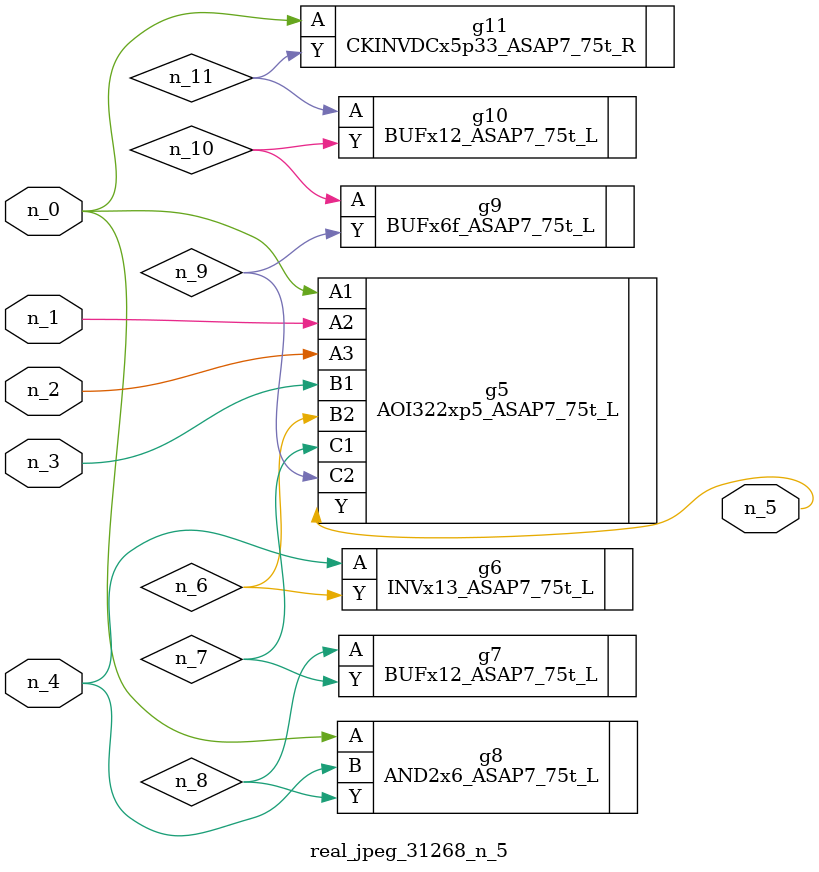
<source format=v>
module real_jpeg_31268_n_5 (n_4, n_0, n_1, n_2, n_3, n_5);

input n_4;
input n_0;
input n_1;
input n_2;
input n_3;

output n_5;

wire n_8;
wire n_11;
wire n_6;
wire n_7;
wire n_10;
wire n_9;

AOI322xp5_ASAP7_75t_L g5 ( 
.A1(n_0),
.A2(n_1),
.A3(n_2),
.B1(n_3),
.B2(n_6),
.C1(n_7),
.C2(n_9),
.Y(n_5)
);

AND2x6_ASAP7_75t_L g8 ( 
.A(n_0),
.B(n_4),
.Y(n_8)
);

CKINVDCx5p33_ASAP7_75t_R g11 ( 
.A(n_0),
.Y(n_11)
);

INVx13_ASAP7_75t_L g6 ( 
.A(n_4),
.Y(n_6)
);

BUFx12_ASAP7_75t_L g7 ( 
.A(n_8),
.Y(n_7)
);

BUFx6f_ASAP7_75t_L g9 ( 
.A(n_10),
.Y(n_9)
);

BUFx12_ASAP7_75t_L g10 ( 
.A(n_11),
.Y(n_10)
);


endmodule
</source>
